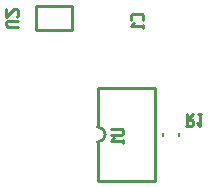
<source format=gbr>
G04 start of page 8 for group -4078 idx -4078 *
G04 Title: (unknown), bottomsilk *
G04 Creator: pcb 20091103 *
G04 CreationDate: Mon 14 Mar 2011 03:34:43 AM GMT UTC *
G04 For: gjhurlbu *
G04 Format: Gerber/RS-274X *
G04 PCB-Dimensions: 600000 500000 *
G04 PCB-Coordinate-Origin: lower left *
%MOIN*%
%FSLAX25Y25*%
%LNBACKSILK*%
%ADD11C,0.0100*%
%ADD30C,0.0080*%
G54D11*X83000Y403000D02*Y390000D01*
Y421000D02*Y408000D01*
Y390000D02*X102000D01*
Y421000D02*Y390000D01*
X83000Y421000D02*X102000D01*
X83000Y403000D02*G75*G03X83000Y408000I0J2500D01*G01*
G54D30*X104638Y405936D02*Y405150D01*
X110148Y405936D02*Y405150D01*
G54D11*X74400Y448500D02*Y440500D01*
X62500Y448500D02*X74400D01*
X62500D02*Y440500D01*
X74400D01*
X87500Y407500D02*X91000D01*
X91500Y407000D01*
Y406000D02*Y407000D01*
Y406000D02*X91000Y405500D01*
X87500D02*X91000D01*
X91500Y402799D02*Y403799D01*
X87500Y403299D02*X91500D01*
X88500Y404299D02*X87500Y403299D01*
X98197Y443837D02*Y445337D01*
X97697Y445837D02*X98197Y445337D01*
X94697Y445837D02*X97697D01*
X94697D02*X94197Y445337D01*
Y443837D02*Y445337D01*
X98197Y441136D02*Y442136D01*
X94197Y441636D02*X98197D01*
X95197Y442636D02*X94197Y441636D01*
X112371Y408393D02*X114371D01*
X114871Y408893D01*
Y409893D01*
X114371Y410393D02*X114871Y409893D01*
X112871Y410393D02*X114371D01*
X112871Y408393D02*Y412393D01*
Y410393D02*X114871Y412393D01*
X116572D02*X117572D01*
X117072Y408393D02*Y412393D01*
X116072Y409393D02*X117072Y408393D01*
X53100Y441500D02*X56600D01*
X53100D02*X52600Y442000D01*
Y443000D01*
X53100Y443500D01*
X56600D01*
X56100Y444701D02*X56600Y445201D01*
Y446701D01*
X56100Y447201D01*
X55100D02*X56100D01*
X52600Y444701D02*X55100Y447201D01*
X52600Y444701D02*Y447201D01*
M02*

</source>
